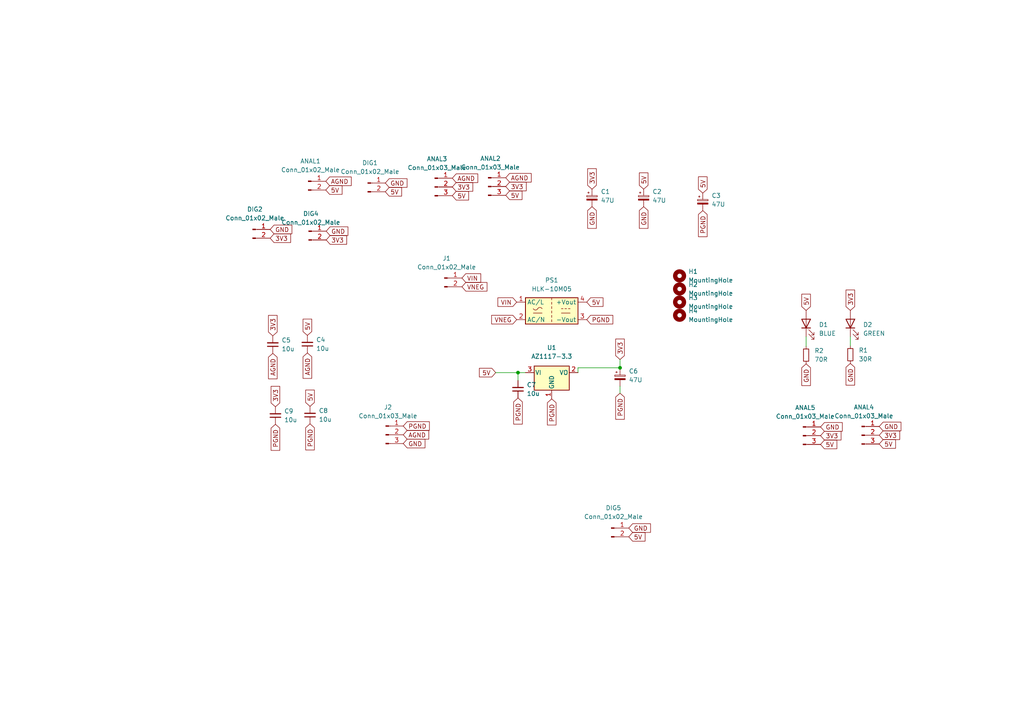
<source format=kicad_sch>
(kicad_sch (version 20230121) (generator eeschema)
  (paper "A4")
  (lib_symbols
    (symbol "Connector:Conn_01x02_Male" (pin_names (offset 1.016) hide)
      (property "Reference" "J" (at 0 2.54 0))
      (property "Value" "Conn_01x02_Male" (at 0 -5.08 0))
      (symbol "Conn_01x02_Male_1_1"
        (polyline (pts (xy 1.27 -2.54) (xy 0.8636 -2.54)) (stroke (width 0.1524)))
        (polyline (pts (xy 1.27 0) (xy 0.8636 0)) (stroke (width 0.1524)))
        (rectangle (start 0.8636 -2.413) (end 0 -2.667) (stroke (width 0.1524)) (fill (type outline)))
        (rectangle (start 0.8636 0.127) (end 0 -0.127) (stroke (width 0.1524)) (fill (type outline)))
        (pin passive line (at 5.08 0 180) (length 3.81) (name "Pin_1") (number "1"))
        (pin passive line (at 5.08 -2.54 180) (length 3.81) (name "Pin_2") (number "2"))
      )
    )
    (symbol "Connector:Conn_01x03_Male" (pin_names (offset 1.016) hide)
      (property "Reference" "J" (at 0 5.08 0))
      (property "Value" "Conn_01x03_Male" (at 0 -5.08 0))
      (symbol "Conn_01x03_Male_1_1"
        (polyline (pts (xy 1.27 -2.54) (xy 0.8636 -2.54)) (stroke (width 0.1524)))
        (polyline (pts (xy 1.27 0) (xy 0.8636 0)) (stroke (width 0.1524)))
        (polyline (pts (xy 1.27 2.54) (xy 0.8636 2.54)) (stroke (width 0.1524)))
        (rectangle (start 0.8636 -2.413) (end 0 -2.667) (stroke (width 0.1524)) (fill (type outline)))
        (rectangle (start 0.8636 0.127) (end 0 -0.127) (stroke (width 0.1524)) (fill (type outline)))
        (rectangle (start 0.8636 2.667) (end 0 2.413) (stroke (width 0.1524)) (fill (type outline)))
        (pin passive line (at 5.08 2.54 180) (length 3.81) (name "Pin_1") (number "1"))
        (pin passive line (at 5.08 0 180) (length 3.81) (name "Pin_2") (number "2"))
        (pin passive line (at 5.08 -2.54 180) (length 3.81) (name "Pin_3") (number "3"))
      )
    )
    (symbol "Converter_ACDC:HLK-PM12"
      (property "Reference" "PS" (at 0 5.08 0))
      (property "Value" "HLK-PM12" (at 0 -5.08 0))
      (symbol "HLK-PM12_0_1"
        (rectangle (start -7.62 3.81) (end 7.62 -3.81) (stroke (width 0.254)) (fill (type background)))
        (arc (start -5.334 0.635) (mid -4.699 0.2495) (end -4.064 0.635))
        (arc (start -2.794 0.635) (mid -3.429 1.0072) (end -4.064 0.635))
        (polyline (pts (xy -5.334 -0.635) (xy -2.794 -0.635)))
        (polyline (pts (xy 0 -2.54) (xy 0 -3.175)))
        (polyline (pts (xy 0 -1.27) (xy 0 -1.905)))
        (polyline (pts (xy 0 0) (xy 0 -0.635)))
        (polyline (pts (xy 0 1.27) (xy 0 0.635)))
        (polyline (pts (xy 0 2.54) (xy 0 1.905)))
        (polyline (pts (xy 0 3.81) (xy 0 3.175)))
        (polyline (pts (xy 2.794 -0.635) (xy 5.334 -0.635)))
        (polyline (pts (xy 2.794 0.635) (xy 3.302 0.635)))
        (polyline (pts (xy 3.81 0.635) (xy 4.318 0.635)))
        (polyline (pts (xy 4.826 0.635) (xy 5.334 0.635)))
      )
      (symbol "HLK-PM12_1_1"
        (pin power_in line (at -10.16 2.54 0) (length 2.54) (name "AC/L") (number "1"))
        (pin power_in line (at -10.16 -2.54 0) (length 2.54) (name "AC/N") (number "2"))
        (pin power_out line (at 10.16 -2.54 180) (length 2.54) (name "-Vout") (number "3"))
        (pin power_out line (at 10.16 2.54 180) (length 2.54) (name "+Vout") (number "4"))
      )
    )
    (symbol "Device:C_Polarized_Small" (pin_numbers hide) (pin_names (offset 0.254) hide)
      (property "Reference" "C" (at 0.254 1.778 0))
      (property "Value" "C_Polarized_Small" (at 0.254 -2.032 0))
      (symbol "C_Polarized_Small_0_1"
        (rectangle (start -1.524 -0.3048) (end 1.524 -0.6858) (fill (type outline)))
        (rectangle (start -1.524 0.6858) (end 1.524 0.3048))
        (polyline (pts (xy -1.27 1.524) (xy -0.762 1.524)))
        (polyline (pts (xy -1.016 1.27) (xy -1.016 1.778)))
      )
      (symbol "C_Polarized_Small_1_1"
        (pin passive line (at 0 2.54 270) (length 1.8542) (name "~") (number "1"))
        (pin passive line (at 0 -2.54 90) (length 1.8542) (name "~") (number "2"))
      )
    )
    (symbol "Device:C_Small" (pin_numbers hide) (pin_names (offset 0.254) hide)
      (property "Reference" "C" (at 0.254 1.778 0))
      (property "Value" "C_Small" (at 0.254 -2.032 0))
      (symbol "C_Small_0_1"
        (polyline (pts (xy -1.524 -0.508) (xy 1.524 -0.508)) (stroke (width 0.3302)))
        (polyline (pts (xy -1.524 0.508) (xy 1.524 0.508)) (stroke (width 0.3048)))
      )
      (symbol "C_Small_1_1"
        (pin passive line (at 0 2.54 270) (length 2.032) (name "~") (number "1"))
        (pin passive line (at 0 -2.54 90) (length 2.032) (name "~") (number "2"))
      )
    )
    (symbol "Device:LED" (pin_numbers hide) (pin_names (offset 1.016) hide)
      (property "Reference" "D" (at 0 2.54 0))
      (property "Value" "LED" (at 0 -2.54 0))
      (symbol "LED_0_1"
        (polyline (pts (xy -1.27 -1.27) (xy -1.27 1.27)) (stroke (width 0.254)))
        (polyline (pts (xy -1.27 0) (xy 1.27 0)))
        (polyline (pts (xy 1.27 -1.27) (xy 1.27 1.27) (xy -1.27 0) (xy 1.27 -1.27)) (stroke (width 0.254)))
        (polyline (pts (xy -3.048 -0.762) (xy -4.572 -2.286) (xy -3.81 -2.286) (xy -4.572 -2.286) (xy -4.572 -1.524)))
        (polyline (pts (xy -1.778 -0.762) (xy -3.302 -2.286) (xy -2.54 -2.286) (xy -3.302 -2.286) (xy -3.302 -1.524)))
      )
      (symbol "LED_1_1"
        (pin passive line (at -3.81 0 0) (length 2.54) (name "K") (number "1"))
        (pin passive line (at 3.81 0 180) (length 2.54) (name "A") (number "2"))
      )
    )
    (symbol "Device:R_Small" (pin_numbers hide) (pin_names (offset 0.254) hide)
      (property "Reference" "R" (at 0.762 0.508 0))
      (property "Value" "R_Small" (at 0.762 -1.016 0))
      (symbol "R_Small_0_1"
        (rectangle (start -0.762 1.778) (end 0.762 -1.778) (stroke (width 0.2032)))
      )
      (symbol "R_Small_1_1"
        (pin passive line (at 0 2.54 270) (length 0.762) (name "~") (number "1"))
        (pin passive line (at 0 -2.54 90) (length 0.762) (name "~") (number "2"))
      )
    )
    (symbol "Mechanical:MountingHole" (pin_names (offset 1.016))
      (property "Reference" "H" (at 0 5.08 0))
      (property "Value" "MountingHole" (at 0 3.175 0))
      (symbol "MountingHole_0_1"
        (circle (center 0 0) (radius 1.27) (stroke (width 1.27)))
      )
    )
    (symbol "Regulator_Linear:AZ1117-3.3" (pin_names (offset 0.254))
      (property "Reference" "U" (at -3.81 3.175 0))
      (property "Value" "AZ1117-3.3" (at 0 3.175 0))
      (symbol "AZ1117-3.3_0_1"
        (rectangle (start -5.08 1.905) (end 5.08 -5.08) (stroke (width 0.254)) (fill (type background)))
      )
      (symbol "AZ1117-3.3_1_1"
        (pin power_in line (at 0 -7.62 90) (length 2.54) (name "GND") (number "1"))
        (pin power_out line (at 7.62 0 180) (length 2.54) (name "VO") (number "2"))
        (pin power_in line (at -7.62 0 0) (length 2.54) (name "VI") (number "3"))
      )
    )
  )
  (junction (at 179.832 106.68))
  (junction (at 150.241 108.077))
  (wire (pts (xy 179.832 106.68) (xy 167.64 106.68)))
  (wire (pts (xy 179.832 106.68) (xy 179.832 106.934)))
  (wire (pts (xy 150.241 110.363) (xy 150.241 108.077)))
  (wire (pts (xy 143.764 108.077) (xy 150.241 108.077)))
  (wire (pts (xy 150.241 108.077) (xy 152.4 108.077)))
  (wire (pts (xy 179.832 104.267) (xy 179.832 106.68)))
  (wire (pts (xy 246.634 97.663) (xy 246.634 100.33)))
  (wire (pts (xy 167.64 106.68) (xy 167.64 108.077)))
  (wire (pts (xy 233.807 97.663) (xy 233.807 100.457)))
  (wire (pts (xy 179.832 114.046) (xy 179.832 112.014)))
  (global_label "3V3" (shape input) (at 79.883 117.983 90) (property "Intersheetrefs" "${INTERSHEET_REFS}" (effects hide)))
  (global_label "GND" (shape input) (at 171.704 59.944 270) (property "Intersheetrefs" "${INTERSHEET_REFS}" (effects hide)))
  (global_label "PGND" (shape input) (at 79.883 123.063 270) (property "Intersheetrefs" "${INTERSHEET_REFS}" (effects hide)))
  (global_label "3V3" (shape input) (at 171.704 54.864 90) (property "Intersheetrefs" "${INTERSHEET_REFS}" (effects hide)))
  (global_label "AGND" (shape input) (at 131.191 51.689 0) (property "Intersheetrefs" "${INTERSHEET_REFS}" (effects hide)))
  (global_label "GND" (shape input) (at 186.69 59.944 270) (property "Intersheetrefs" "${INTERSHEET_REFS}" (effects hide)))
  (global_label "AGND" (shape input) (at 146.685 51.562 0) (property "Intersheetrefs" "${INTERSHEET_REFS}" (effects hide)))
  (global_label "5V" (shape input) (at 170.18 87.63 0) (property "Intersheetrefs" "${INTERSHEET_REFS}" (effects hide)))
  (global_label "3V3" (shape input) (at 246.634 90.043 90) (property "Intersheetrefs" "${INTERSHEET_REFS}" (effects hide)))
  (global_label "GND" (shape input) (at 78.359 66.548 0) (property "Intersheetrefs" "${INTERSHEET_REFS}" (effects hide)))
  (global_label "PGND" (shape input) (at 116.967 123.571 0) (property "Intersheetrefs" "${INTERSHEET_REFS}" (effects hide)))
  (global_label "5V" (shape input) (at 89.916 117.856 90) (property "Intersheetrefs" "${INTERSHEET_REFS}" (effects hide)))
  (global_label "VIN" (shape input) (at 133.985 80.645 0) (property "Intersheetrefs" "${INTERSHEET_REFS}" (effects hide)))
  (global_label "3V3" (shape input) (at 146.685 54.102 0) (property "Intersheetrefs" "${INTERSHEET_REFS}" (effects hide)))
  (global_label "5V" (shape input) (at 186.69 54.864 90) (property "Intersheetrefs" "${INTERSHEET_REFS}" (effects hide)))
  (global_label "PGND" (shape input) (at 179.832 114.046 270) (property "Intersheetrefs" "${INTERSHEET_REFS}" (effects hide)))
  (global_label "GND" (shape input) (at 233.807 105.537 270) (property "Intersheetrefs" "${INTERSHEET_REFS}" (effects hide)))
  (global_label "3V3" (shape input) (at 78.359 69.088 0) (property "Intersheetrefs" "${INTERSHEET_REFS}" (effects hide)))
  (global_label "5V" (shape input) (at 89.154 97.282 90) (property "Intersheetrefs" "${INTERSHEET_REFS}" (effects hide)))
  (global_label "3V3" (shape input) (at 131.191 54.229 0) (property "Intersheetrefs" "${INTERSHEET_REFS}" (effects hide)))
  (global_label "PGND" (shape input) (at 203.835 61.087 270) (property "Intersheetrefs" "${INTERSHEET_REFS}" (effects hide)))
  (global_label "GND" (shape input) (at 246.634 105.41 270) (property "Intersheetrefs" "${INTERSHEET_REFS}" (effects hide)))
  (global_label "GND" (shape input) (at 116.967 128.651 0) (property "Intersheetrefs" "${INTERSHEET_REFS}" (effects hide)))
  (global_label "5V" (shape input) (at 111.76 55.626 0) (property "Intersheetrefs" "${INTERSHEET_REFS}" (effects hide)))
  (global_label "VIN" (shape input) (at 149.86 87.63 180) (property "Intersheetrefs" "${INTERSHEET_REFS}" (effects hide)))
  (global_label "5V" (shape input) (at 255.016 128.778 0) (property "Intersheetrefs" "${INTERSHEET_REFS}" (effects hide)))
  (global_label "GND" (shape input) (at 111.76 53.086 0) (property "Intersheetrefs" "${INTERSHEET_REFS}" (effects hide)))
  (global_label "GND" (shape input) (at 237.998 123.825 0) (property "Intersheetrefs" "${INTERSHEET_REFS}" (effects hide)))
  (global_label "AGND" (shape input) (at 79.121 102.489 270) (property "Intersheetrefs" "${INTERSHEET_REFS}" (effects hide)))
  (global_label "3V3" (shape input) (at 237.998 126.365 0) (property "Intersheetrefs" "${INTERSHEET_REFS}" (effects hide)))
  (global_label "VNEG" (shape input) (at 149.86 92.71 180) (property "Intersheetrefs" "${INTERSHEET_REFS}" (effects hide)))
  (global_label "GND" (shape input) (at 255.016 123.698 0) (property "Intersheetrefs" "${INTERSHEET_REFS}" (effects hide)))
  (global_label "PGND" (shape input) (at 150.241 115.443 270) (property "Intersheetrefs" "${INTERSHEET_REFS}" (effects hide)))
  (global_label "5V" (shape input) (at 146.685 56.642 0) (property "Intersheetrefs" "${INTERSHEET_REFS}" (effects hide)))
  (global_label "5V" (shape input) (at 131.191 56.769 0) (property "Intersheetrefs" "${INTERSHEET_REFS}" (effects hide)))
  (global_label "5V" (shape input) (at 203.835 56.007 90) (property "Intersheetrefs" "${INTERSHEET_REFS}" (effects hide)))
  (global_label "3V3" (shape input) (at 94.615 69.596 0) (property "Intersheetrefs" "${INTERSHEET_REFS}" (effects hide)))
  (global_label "PGND" (shape input) (at 89.916 122.936 270) (property "Intersheetrefs" "${INTERSHEET_REFS}" (effects hide)))
  (global_label "AGND" (shape input) (at 94.488 52.578 0) (property "Intersheetrefs" "${INTERSHEET_REFS}" (effects hide)))
  (global_label "3V3" (shape input) (at 179.832 104.267 90) (property "Intersheetrefs" "${INTERSHEET_REFS}" (effects hide)))
  (global_label "3V3" (shape input) (at 255.016 126.238 0) (property "Intersheetrefs" "${INTERSHEET_REFS}" (effects hide)))
  (global_label "5V" (shape input) (at 237.998 128.905 0) (property "Intersheetrefs" "${INTERSHEET_REFS}" (effects hide)))
  (global_label "5V" (shape input) (at 94.488 55.118 0) (property "Intersheetrefs" "${INTERSHEET_REFS}" (effects hide)))
  (global_label "3V3" (shape input) (at 79.121 97.409 90) (property "Intersheetrefs" "${INTERSHEET_REFS}" (effects hide)))
  (global_label "GND" (shape input) (at 182.372 153.162 0) (property "Intersheetrefs" "${INTERSHEET_REFS}" (effects hide)))
  (global_label "PGND" (shape input) (at 170.18 92.71 0) (property "Intersheetrefs" "${INTERSHEET_REFS}" (effects hide)))
  (global_label "AGND" (shape input) (at 89.154 102.362 270) (property "Intersheetrefs" "${INTERSHEET_REFS}" (effects hide)))
  (global_label "PGND" (shape input) (at 160.02 115.697 270) (property "Intersheetrefs" "${INTERSHEET_REFS}" (effects hide)))
  (global_label "5V" (shape input) (at 233.807 90.043 90) (property "Intersheetrefs" "${INTERSHEET_REFS}" (effects hide)))
  (global_label "5V" (shape input) (at 143.764 108.077 180) (property "Intersheetrefs" "${INTERSHEET_REFS}" (effects hide)))
  (global_label "VNEG" (shape input) (at 133.985 83.185 0) (property "Intersheetrefs" "${INTERSHEET_REFS}" (effects hide)))
  (global_label "GND" (shape input) (at 94.615 67.056 0) (property "Intersheetrefs" "${INTERSHEET_REFS}" (effects hide)))
  (global_label "5V" (shape input) (at 182.372 155.702 0) (property "Intersheetrefs" "${INTERSHEET_REFS}" (effects hide)))
  (global_label "AGND" (shape input) (at 116.967 126.111 0) (property "Intersheetrefs" "${INTERSHEET_REFS}" (effects hide)))
  (symbol (lib_id "Connector:Conn_01x02_Male") (at 89.535 67.056 0) (unit 1)
    (property "Reference" "DIG4" (at 90.17 61.976 0))
    (property "Value" "Conn_01x02_Male" (at 90.17 64.516 0))
    (property "Footprint" "Connector_JST:JST_PH_B2B-PH-K_1x02_P2.00mm_Vertical" (effects hide))
  )
  (symbol (lib_id "Converter_ACDC:HLK-PM12") (at 160.02 90.17 0) (unit 1)
    (property "Reference" "PS1" (at 160.02 81.28 0))
    (property "Value" "HLK-10M05" (at 160.02 83.82 0))
    (property "Footprint" "Components:HLK-10M05" (effects hide))
    (property "Datasheet" "http://www.hlktech.net/product_detail.php?ProId=56" (effects hide))
  )
  (symbol (lib_id "Mechanical:MountingHole") (at 197.104 83.82 0) (unit 1)
    (property "Reference" "H2" (at 199.644 82.5499 0) (effects (justify left)))
    (property "Value" "MountingHole" (at 199.644 85.0899 0) (effects (justify left)))
    (property "Footprint" "MountingHole:MountingHole_3.2mm_M3" (effects hide))
  )
  (symbol (lib_id "Connector:Conn_01x03_Male") (at 232.918 126.365 0) (unit 1)
    (property "Reference" "ANAL5" (at 233.553 118.237 0))
    (property "Value" "Conn_01x03_Male" (at 233.553 120.777 0))
    (property "Footprint" "Connector_JST:JST_PH_B3B-PH-K_1x03_P2.00mm_Vertical" (effects hide))
  )
  (symbol (lib_id "Device:C_Polarized_Small") (at 186.69 57.404 0) (unit 1)
    (property "Reference" "C2" (at 189.23 55.5878 0) (effects (justify left)))
    (property "Value" "47U" (at 189.23 58.1278 0) (effects (justify left)))
    (property "Footprint" "Capacitor_THT:CP_Radial_D6.3mm_P2.50mm" (effects hide))
  )
  (symbol (lib_id "Device:C_Small") (at 89.154 99.822 180) (unit 1)
    (property "Reference" "C4" (at 91.694 98.5455 0) (effects (justify right)))
    (property "Value" "10u" (at 91.694 101.0855 0) (effects (justify right)))
    (property "Footprint" "Capacitor_SMD:C_1206_3216Metric_Pad1.33x1.80mm_HandSolder" (effects hide))
  )
  (symbol (lib_id "Device:LED") (at 246.634 93.853 90) (unit 1)
    (property "Reference" "D2" (at 250.317 94.1704 90) (effects (justify right)))
    (property "Value" "GREEN" (at 250.317 96.7104 90) (effects (justify right)))
    (property "Footprint" "LED_SMD:LED_0805_2012Metric_Pad1.15x1.40mm_HandSolder" (effects hide))
  )
  (symbol (lib_id "Connector:Conn_01x02_Male") (at 106.68 53.086 0) (unit 1)
    (property "Reference" "DIG1" (at 107.315 47.244 0))
    (property "Value" "Conn_01x02_Male" (at 107.315 49.784 0))
    (property "Footprint" "Connector_JST:JST_PH_B2B-PH-K_1x02_P2.00mm_Vertical" (effects hide))
  )
  (symbol (lib_id "Connector:Conn_01x02_Male") (at 73.279 66.548 0) (unit 1)
    (property "Reference" "DIG2" (at 73.914 60.706 0))
    (property "Value" "Conn_01x02_Male" (at 73.914 63.246 0))
    (property "Footprint" "Connector_JST:JST_PH_B2B-PH-K_1x02_P2.00mm_Vertical" (effects hide))
  )
  (symbol (lib_id "Regulator_Linear:AZ1117-3.3") (at 160.02 108.077 0) (unit 1)
    (property "Reference" "U1" (at 160.02 100.838 0))
    (property "Value" "AZ1117-3.3" (at 160.02 103.378 0))
    (property "Footprint" "Package_TO_SOT_SMD:SOT-223" (effects hide))
    (property "Datasheet" "https://www.diodes.com/assets/Datasheets/AZ1117.pdf" (effects hide))
  )
  (symbol (lib_id "Connector:Conn_01x02_Male") (at 89.408 52.578 0) (unit 1)
    (property "Reference" "ANAL1" (at 90.043 46.736 0))
    (property "Value" "Conn_01x02_Male" (at 90.043 49.276 0))
    (property "Footprint" "Connector_JST:JST_PH_B2B-PH-K_1x02_P2.00mm_Vertical" (effects hide))
  )
  (symbol (lib_id "Connector:Conn_01x03_Male") (at 141.605 54.102 0) (unit 1)
    (property "Reference" "ANAL2" (at 142.24 45.974 0))
    (property "Value" "Conn_01x03_Male" (at 142.24 48.514 0))
    (property "Footprint" "Connector_JST:JST_PH_B3B-PH-K_1x03_P2.00mm_Vertical" (effects hide))
  )
  (symbol (lib_id "Device:R_Small") (at 246.634 102.87 0) (unit 1)
    (property "Reference" "R1" (at 249.047 101.5999 0) (effects (justify left)))
    (property "Value" "30R" (at 249.047 104.1399 0) (effects (justify left)))
    (property "Footprint" "Resistor_SMD:R_0805_2012Metric_Pad1.20x1.40mm_HandSolder" (effects hide))
  )
  (symbol (lib_id "Mechanical:MountingHole") (at 197.104 91.44 0) (unit 1)
    (property "Reference" "H4" (at 199.644 90.1699 0) (effects (justify left)))
    (property "Value" "MountingHole" (at 199.644 92.7099 0) (effects (justify left)))
    (property "Footprint" "MountingHole:MountingHole_3.2mm_M3" (effects hide))
  )
  (symbol (lib_id "Device:C_Polarized_Small") (at 171.704 57.404 0) (unit 1)
    (property "Reference" "C1" (at 174.244 55.5878 0) (effects (justify left)))
    (property "Value" "47U" (at 174.244 58.1278 0) (effects (justify left)))
    (property "Footprint" "Capacitor_THT:CP_Radial_D6.3mm_P2.50mm" (effects hide))
  )
  (symbol (lib_id "Device:C_Small") (at 150.241 112.903 180) (unit 1)
    (property "Reference" "C7" (at 152.781 111.6265 0) (effects (justify right)))
    (property "Value" "10u" (at 152.781 114.1665 0) (effects (justify right)))
    (property "Footprint" "Capacitor_SMD:C_1206_3216Metric_Pad1.33x1.80mm_HandSolder" (effects hide))
  )
  (symbol (lib_id "Device:C_Small") (at 89.916 120.396 180) (unit 1)
    (property "Reference" "C8" (at 92.456 119.1195 0) (effects (justify right)))
    (property "Value" "10u" (at 92.456 121.6595 0) (effects (justify right)))
    (property "Footprint" "Capacitor_SMD:C_1206_3216Metric_Pad1.33x1.80mm_HandSolder" (effects hide))
  )
  (symbol (lib_id "Mechanical:MountingHole") (at 197.104 87.63 0) (unit 1)
    (property "Reference" "H3" (at 199.644 86.3599 0) (effects (justify left)))
    (property "Value" "MountingHole" (at 199.644 88.8999 0) (effects (justify left)))
    (property "Footprint" "MountingHole:MountingHole_3.2mm_M3" (effects hide))
  )
  (symbol (lib_id "Connector:Conn_01x03_Male") (at 249.936 126.238 0) (unit 1)
    (property "Reference" "ANAL4" (at 250.571 118.11 0))
    (property "Value" "Conn_01x03_Male" (at 250.571 120.65 0))
    (property "Footprint" "Connector_JST:JST_PH_B3B-PH-K_1x03_P2.00mm_Vertical" (effects hide))
  )
  (symbol (lib_id "Device:C_Small") (at 79.121 99.949 180) (unit 1)
    (property "Reference" "C5" (at 81.661 98.6725 0) (effects (justify right)))
    (property "Value" "10u" (at 81.661 101.2125 0) (effects (justify right)))
    (property "Footprint" "Capacitor_SMD:C_1206_3216Metric_Pad1.33x1.80mm_HandSolder" (effects hide))
  )
  (symbol (lib_id "Connector:Conn_01x02_Male") (at 128.905 80.645 0) (unit 1)
    (property "Reference" "J1" (at 129.54 74.93 0))
    (property "Value" "Conn_01x02_Male" (at 129.54 77.47 0))
    (property "Footprint" "Connector_JST:JST_XH_B2B-XH-A_1x02_P2.50mm_Vertical" (effects hide))
  )
  (symbol (lib_id "Device:C_Polarized_Small") (at 203.835 58.547 0) (unit 1)
    (property "Reference" "C3" (at 206.375 56.7308 0) (effects (justify left)))
    (property "Value" "47U" (at 206.375 59.2708 0) (effects (justify left)))
    (property "Footprint" "Capacitor_THT:CP_Radial_D8.0mm_P5.00mm" (effects hide))
  )
  (symbol (lib_id "Device:C_Polarized_Small") (at 179.832 109.474 0) (unit 1)
    (property "Reference" "C6" (at 182.372 107.6578 0) (effects (justify left)))
    (property "Value" "47U" (at 182.372 110.1978 0) (effects (justify left)))
    (property "Footprint" "Capacitor_THT:CP_Radial_D8.0mm_P5.00mm" (effects hide))
  )
  (symbol (lib_id "Mechanical:MountingHole") (at 197.104 80.01 0) (unit 1)
    (property "Reference" "H1" (at 199.644 78.7399 0) (effects (justify left)))
    (property "Value" "MountingHole" (at 199.644 81.2799 0) (effects (justify left)))
    (property "Footprint" "MountingHole:MountingHole_3.2mm_M3" (effects hide))
  )
  (symbol (lib_id "Connector:Conn_01x03_Male") (at 111.887 126.111 0) (unit 1)
    (property "Reference" "J2" (at 112.522 118.11 0))
    (property "Value" "Conn_01x03_Male" (at 112.522 120.65 0))
    (property "Footprint" "Connector_JST:JST_PH_B3B-PH-K_1x03_P2.00mm_Vertical" (effects hide))
  )
  (symbol (lib_id "Connector:Conn_01x02_Male") (at 177.292 153.162 0) (unit 1)
    (property "Reference" "DIG5" (at 177.927 147.32 0))
    (property "Value" "Conn_01x02_Male" (at 177.927 149.86 0))
    (property "Footprint" "Connector_JST:JST_PH_B2B-PH-K_1x02_P2.00mm_Vertical" (effects hide))
  )
  (symbol (lib_id "Device:LED") (at 233.807 93.853 90) (unit 1)
    (property "Reference" "D1" (at 237.49 94.1704 90) (effects (justify right)))
    (property "Value" "BLUE" (at 237.49 96.7104 90) (effects (justify right)))
    (property "Footprint" "LED_SMD:LED_0805_2012Metric_Pad1.15x1.40mm_HandSolder" (effects hide))
  )
  (symbol (lib_id "Device:R_Small") (at 233.807 102.997 0) (unit 1)
    (property "Reference" "R2" (at 236.22 101.7269 0) (effects (justify left)))
    (property "Value" "70R" (at 236.22 104.2669 0) (effects (justify left)))
    (property "Footprint" "Resistor_SMD:R_0805_2012Metric_Pad1.20x1.40mm_HandSolder" (effects hide))
  )
  (symbol (lib_id "Connector:Conn_01x03_Male") (at 126.111 54.229 0) (unit 1)
    (property "Reference" "ANAL3" (at 126.746 46.101 0))
    (property "Value" "Conn_01x03_Male" (at 126.746 48.641 0))
    (property "Footprint" "Connector_JST:JST_PH_B3B-PH-K_1x03_P2.00mm_Vertical" (effects hide))
  )
  (symbol (lib_id "Device:C_Small") (at 79.883 120.523 180) (unit 1)
    (property "Reference" "C9" (at 82.423 119.2465 0) (effects (justify right)))
    (property "Value" "10u" (at 82.423 121.7865 0) (effects (justify right)))
    (property "Footprint" "Capacitor_SMD:C_1206_3216Metric_Pad1.33x1.80mm_HandSolder" (effects hide))
  )
)
</source>
